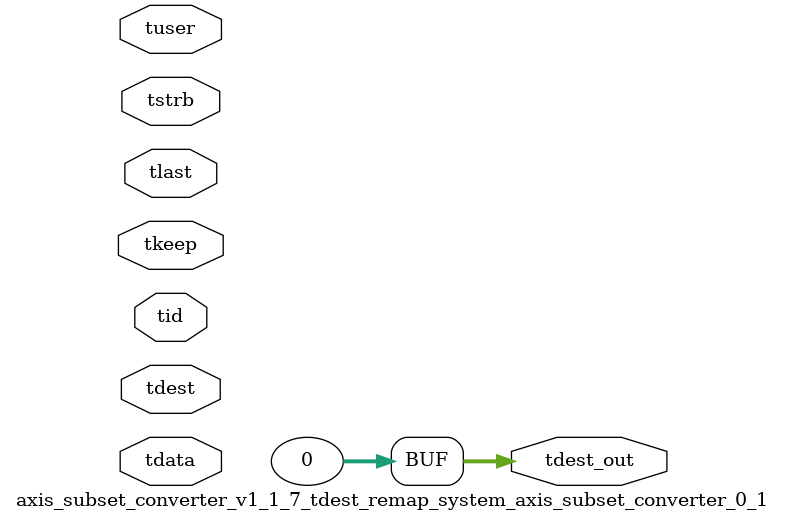
<source format=v>


`timescale 1ps/1ps

module axis_subset_converter_v1_1_7_tdest_remap_system_axis_subset_converter_0_1 #
(
parameter C_S_AXIS_TDATA_WIDTH = 32,
parameter C_S_AXIS_TUSER_WIDTH = 0,
parameter C_S_AXIS_TID_WIDTH   = 0,
parameter C_S_AXIS_TDEST_WIDTH = 0,
parameter C_M_AXIS_TDEST_WIDTH = 32
)
(
input  [(C_S_AXIS_TDATA_WIDTH == 0 ? 1 : C_S_AXIS_TDATA_WIDTH)-1:0     ] tdata,
input  [(C_S_AXIS_TUSER_WIDTH == 0 ? 1 : C_S_AXIS_TUSER_WIDTH)-1:0     ] tuser,
input  [(C_S_AXIS_TID_WIDTH   == 0 ? 1 : C_S_AXIS_TID_WIDTH)-1:0       ] tid,
input  [(C_S_AXIS_TDEST_WIDTH == 0 ? 1 : C_S_AXIS_TDEST_WIDTH)-1:0     ] tdest,
input  [(C_S_AXIS_TDATA_WIDTH/8)-1:0 ] tkeep,
input  [(C_S_AXIS_TDATA_WIDTH/8)-1:0 ] tstrb,
input                                                                    tlast,
output [C_M_AXIS_TDEST_WIDTH-1:0] tdest_out
);

assign tdest_out = {1'b0};

endmodule


</source>
